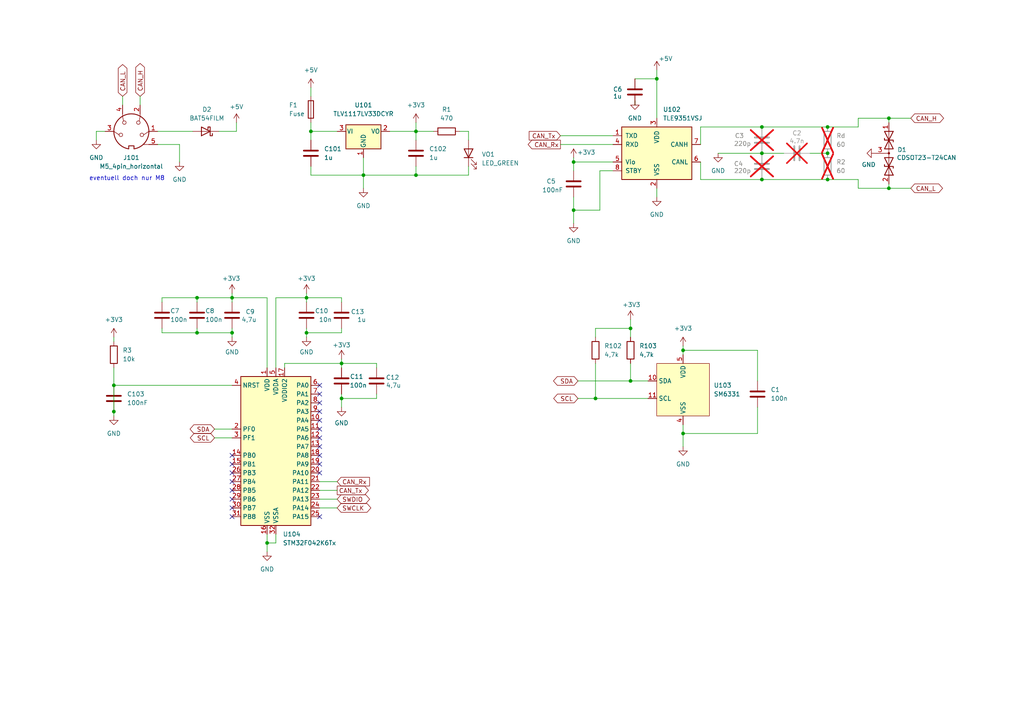
<source format=kicad_sch>
(kicad_sch (version 20231120) (generator "eeschema") (generator_version "8.0")
  (paper "A4")
  (lib_symbols
    (symbol "Device:C" (pin_numbers hide) (pin_names (offset 0.254))
      (property "Reference" "C" (at 0.635 2.54 0))
      (property "Value" "C" (at 0.635 -2.54 0))
      (symbol "C_0_1"
        (polyline (pts (xy -2.032 -0.762) (xy 2.032 -0.762)) (stroke (width 0.508)))
        (polyline (pts (xy -2.032 0.762) (xy 2.032 0.762)) (stroke (width 0.508)))
      )
      (symbol "C_1_1"
        (pin passive line (at 0 3.81 270) (length 2.794) (name "~") (number "1"))
        (pin passive line (at 0 -3.81 90) (length 2.794) (name "~") (number "2"))
      )
    )
    (symbol "Device:D_Schottky" (pin_numbers hide) (pin_names (offset 1.016) hide)
      (property "Reference" "D" (at 0 2.54 0))
      (property "Value" "D_Schottky" (at 0 -2.54 0))
      (symbol "D_Schottky_0_1"
        (polyline (pts (xy 1.27 0) (xy -1.27 0)))
        (polyline (pts (xy 1.27 1.27) (xy 1.27 -1.27) (xy -1.27 0) (xy 1.27 1.27)) (stroke (width 0.254)))
        (polyline (pts (xy -1.905 0.635) (xy -1.905 1.27) (xy -1.27 1.27) (xy -1.27 -1.27) (xy -0.635 -1.27) (xy -0.635 -0.635)) (stroke (width 0.254)))
      )
      (symbol "D_Schottky_1_1"
        (pin passive line (at -3.81 0 0) (length 2.54) (name "K") (number "1"))
        (pin passive line (at 3.81 0 180) (length 2.54) (name "A") (number "2"))
      )
    )
    (symbol "Device:D_TVS_Dual_AAC" (pin_names (offset 1.016) hide)
      (property "Reference" "D" (at 0 4.445 0))
      (property "Value" "D_TVS_Dual_AAC" (at 0 2.54 0))
      (symbol "D_TVS_Dual_AAC_0_0"
        (polyline (pts (xy 0 -1.27) (xy 0 0)))
      )
      (symbol "D_TVS_Dual_AAC_0_1"
        (polyline (pts (xy -6.35 0) (xy 6.35 0)))
        (polyline (pts (xy -3.302 1.27) (xy -3.81 1.27) (xy -3.81 -1.27) (xy -4.318 -1.27)) (stroke (width 0.254)))
        (polyline (pts (xy 4.318 1.27) (xy 3.81 1.27) (xy 3.81 -1.27) (xy 3.302 -1.27)) (stroke (width 0.254)))
        (polyline (pts (xy -6.35 1.27) (xy -1.27 -1.27) (xy -1.27 1.27) (xy -6.35 -1.27) (xy -6.35 1.27)) (stroke (width 0.254)))
        (polyline (pts (xy 6.35 1.27) (xy 1.27 -1.27) (xy 1.27 1.27) (xy 6.35 -1.27) (xy 6.35 1.27)) (stroke (width 0.254)))
        (circle (center 0 0) (radius 0.254) (fill (type outline)))
      )
      (symbol "D_TVS_Dual_AAC_1_1"
        (pin passive line (at -8.89 0 0) (length 2.54) (name "A1") (number "1"))
        (pin passive line (at 8.89 0 180) (length 2.54) (name "A2") (number "2"))
        (pin passive line (at 0 -3.81 90) (length 2.54) (name "common") (number "3"))
      )
    )
    (symbol "Device:Fuse" (pin_numbers hide) (pin_names (offset 0))
      (property "Reference" "F" (at 2.032 0 90))
      (property "Value" "Fuse" (at -1.905 0 90))
      (symbol "Fuse_0_1"
        (rectangle (start -0.762 -2.54) (end 0.762 2.54) (stroke (width 0.254)))
        (polyline (pts (xy 0 2.54) (xy 0 -2.54)))
      )
      (symbol "Fuse_1_1"
        (pin passive line (at 0 3.81 270) (length 1.27) (name "~") (number "1"))
        (pin passive line (at 0 -3.81 90) (length 1.27) (name "~") (number "2"))
      )
    )
    (symbol "Device:LED" (pin_numbers hide) (pin_names (offset 1.016) hide)
      (property "Reference" "D" (at 0 2.54 0))
      (property "Value" "LED" (at 0 -2.54 0))
      (symbol "LED_0_1"
        (polyline (pts (xy -1.27 -1.27) (xy -1.27 1.27)) (stroke (width 0.254)))
        (polyline (pts (xy -1.27 0) (xy 1.27 0)))
        (polyline (pts (xy 1.27 -1.27) (xy 1.27 1.27) (xy -1.27 0) (xy 1.27 -1.27)) (stroke (width 0.254)))
        (polyline (pts (xy -3.048 -0.762) (xy -4.572 -2.286) (xy -3.81 -2.286) (xy -4.572 -2.286) (xy -4.572 -1.524)))
        (polyline (pts (xy -1.778 -0.762) (xy -3.302 -2.286) (xy -2.54 -2.286) (xy -3.302 -2.286) (xy -3.302 -1.524)))
      )
      (symbol "LED_1_1"
        (pin passive line (at -3.81 0 0) (length 2.54) (name "K") (number "1"))
        (pin passive line (at 3.81 0 180) (length 2.54) (name "A") (number "2"))
      )
    )
    (symbol "Device:R" (pin_numbers hide) (pin_names (offset 0))
      (property "Reference" "R" (at 2.032 0 90))
      (property "Value" "R" (at 0 0 90))
      (symbol "R_0_1"
        (rectangle (start -1.016 -2.54) (end 1.016 2.54) (stroke (width 0.254)))
      )
      (symbol "R_1_1"
        (pin passive line (at 0 3.81 270) (length 1.27) (name "~") (number "1"))
        (pin passive line (at 0 -3.81 90) (length 1.27) (name "~") (number "2"))
      )
    )
    (symbol "FaSTTUBe_Transceivers:TLE9351VSJ" (pin_names (offset 1.016))
      (property "Reference" "U" (at -10.16 8.89 0))
      (property "Value" "TLE9351VSJ" (at 2.54 8.89 0))
      (symbol "TLE9351VSJ_0_1"
        (rectangle (start -10.16 7.62) (end 10.16 -7.62) (stroke (width 0.254)) (fill (type background)))
      )
      (symbol "TLE9351VSJ_1_1"
        (pin input line (at -12.7 5.08 0) (length 2.54) (name "TXD") (number "1"))
        (pin power_in line (at 0 -10.16 90) (length 2.54) (name "VSS") (number "2"))
        (pin power_in line (at 0 10.16 270) (length 2.54) (name "VDD") (number "3"))
        (pin output line (at -12.7 2.54 0) (length 2.54) (name "RXD") (number "4"))
        (pin power_in line (at -12.7 -2.54 0) (length 2.54) (name "Vio") (number "5"))
        (pin bidirectional line (at 12.7 -2.54 180) (length 2.54) (name "CANL") (number "6"))
        (pin bidirectional line (at 12.7 2.54 180) (length 2.54) (name "CANH") (number "7"))
        (pin input line (at -12.7 -5.08 0) (length 2.54) (name "STBY") (number "8"))
      )
    )
    (symbol "FaSTTUBe_connectors:M8_4pin_horizontal" (pin_names (offset 1.016))
      (property "Reference" "J" (at 5.334 5.08 0))
      (property "Value" "M8_4pin_horizontal" (at 0 -6.35 0))
      (symbol "M8_4pin_horizontal_0_1"
        (arc (start -5.08 0) (mid -3.8597 -3.3379) (end -0.762 -5.08) (stroke (width 0.254)))
        (circle (center -3.048 -1.016) (radius 0.508))
        (circle (center -2.032 2.54) (radius 0.508))
        (polyline (pts (xy -3.556 -1.016) (xy -5.08 0)))
        (polyline (pts (xy 3.81 -3.81) (xy 3.556 -3.81)))
        (polyline (pts (xy 5.08 -3.81) (xy 3.81 -3.81)))
        (polyline (pts (xy 5.08 0) (xy 3.556 -1.016)))
        (polyline (pts (xy -2.54 5.08) (xy -2.54 4.318) (xy -2.286 3.048)))
        (polyline (pts (xy 2.54 5.08) (xy 2.54 4.318) (xy 2.286 3.048)))
        (polyline (pts (xy -0.762 -4.953) (xy -0.762 -4.191) (xy 0.762 -4.191) (xy 0.762 -4.953)) (stroke (width 0.254)))
        (arc (start 0.762 -5.08) (mid 3.8673 -3.3444) (end 5.08 0) (stroke (width 0.254)))
        (circle (center 2.032 2.54) (radius 0.508))
        (circle (center 3.048 -1.016) (radius 0.508))
        (arc (start 5.08 0) (mid 0 5.0579) (end -5.08 0) (stroke (width 0.254)))
      )
      (symbol "M8_4pin_horizontal_1_1"
        (pin passive line (at 7.62 0 180) (length 2.54) (name "~") (number "1"))
        (pin passive line (at 2.54 7.62 270) (length 2.54) (name "~") (number "2"))
        (pin passive line (at -7.62 0 0) (length 2.54) (name "~") (number "3"))
        (pin passive line (at -2.54 7.62 270) (length 2.54) (name "~") (number "4"))
        (pin passive line (at 7.62 -3.81 180) (length 2.54) (name "~") (number "5"))
      )
    )
    (symbol "MCU_ST_STM32F0:STM32F042K6Tx"
      (property "Reference" "U" (at -10.16 21.59 0))
      (property "Value" "STM32F042K6Tx" (at 5.08 21.59 0))
      (symbol "STM32F042K6Tx_0_1"
        (rectangle (start -10.16 -22.86) (end 10.16 20.32) (stroke (width 0.254)) (fill (type background)))
      )
      (symbol "STM32F042K6Tx_1_1"
        (pin power_in line (at -2.54 22.86 270) (length 2.54) (name "VDD") (number "1"))
        (pin bidirectional line (at 12.7 7.62 180) (length 2.54) (name "PA4") (number "10"))
        (pin bidirectional line (at 12.7 5.08 180) (length 2.54) (name "PA5") (number "11"))
        (pin bidirectional line (at 12.7 2.54 180) (length 2.54) (name "PA6") (number "12"))
        (pin bidirectional line (at 12.7 0 180) (length 2.54) (name "PA7") (number "13"))
        (pin bidirectional line (at -12.7 -2.54 0) (length 2.54) (name "PB0") (number "14"))
        (pin bidirectional line (at -12.7 -5.08 0) (length 2.54) (name "PB1") (number "15"))
        (pin power_in line (at -2.54 -25.4 90) (length 2.54) (name "VSS") (number "16"))
        (pin power_in line (at 2.54 22.86 270) (length 2.54) (name "VDDIO2") (number "17"))
        (pin bidirectional line (at 12.7 -2.54 180) (length 2.54) (name "PA8") (number "18"))
        (pin bidirectional line (at 12.7 -5.08 180) (length 2.54) (name "PA9") (number "19"))
        (pin input line (at -12.7 5.08 0) (length 2.54) (name "PF0") (number "2"))
        (pin bidirectional line (at 12.7 -7.62 180) (length 2.54) (name "PA10") (number "20"))
        (pin bidirectional line (at 12.7 -10.16 180) (length 2.54) (name "PA11") (number "21"))
        (pin bidirectional line (at 12.7 -12.7 180) (length 2.54) (name "PA12") (number "22"))
        (pin bidirectional line (at 12.7 -15.24 180) (length 2.54) (name "PA13") (number "23"))
        (pin bidirectional line (at 12.7 -17.78 180) (length 2.54) (name "PA14") (number "24"))
        (pin bidirectional line (at 12.7 -20.32 180) (length 2.54) (name "PA15") (number "25"))
        (pin bidirectional line (at -12.7 -7.62 0) (length 2.54) (name "PB3") (number "26"))
        (pin bidirectional line (at -12.7 -10.16 0) (length 2.54) (name "PB4") (number "27"))
        (pin bidirectional line (at -12.7 -12.7 0) (length 2.54) (name "PB5") (number "28"))
        (pin bidirectional line (at -12.7 -15.24 0) (length 2.54) (name "PB6") (number "29"))
        (pin input line (at -12.7 2.54 0) (length 2.54) (name "PF1") (number "3"))
        (pin bidirectional line (at -12.7 -17.78 0) (length 2.54) (name "PB7") (number "30"))
        (pin bidirectional line (at -12.7 -20.32 0) (length 2.54) (name "PB8") (number "31"))
        (pin power_in line (at 0 -25.4 90) (length 2.54) (name "VSSA") (number "32"))
        (pin input line (at -12.7 17.78 0) (length 2.54) (name "NRST") (number "4"))
        (pin power_in line (at 0 22.86 270) (length 2.54) (name "VDDA") (number "5"))
        (pin bidirectional line (at 12.7 17.78 180) (length 2.54) (name "PA0") (number "6"))
        (pin bidirectional line (at 12.7 15.24 180) (length 2.54) (name "PA1") (number "7"))
        (pin bidirectional line (at 12.7 12.7 180) (length 2.54) (name "PA2") (number "8"))
        (pin bidirectional line (at 12.7 10.16 180) (length 2.54) (name "PA3") (number "9"))
      )
    )
    (symbol "Regulator_Linear:AP1117-33" (pin_names (offset 0.254))
      (property "Reference" "U" (at -3.81 3.175 0))
      (property "Value" "AP1117-33" (at 0 3.175 0))
      (symbol "AP1117-33_0_1"
        (rectangle (start -5.08 -5.08) (end 5.08 1.905) (stroke (width 0.254)) (fill (type background)))
      )
      (symbol "AP1117-33_1_1"
        (pin power_in line (at 0 -7.62 90) (length 2.54) (name "GND") (number "1"))
        (pin power_out line (at 7.62 0 180) (length 2.54) (name "VO") (number "2"))
        (pin power_in line (at -7.62 0 0) (length 2.54) (name "VI") (number "3"))
      )
    )
    (symbol "SSU_parts:SM7331"
      (property "Reference" "U" (at 0 1.27 0))
      (property "Value" "SM7331" (at 0 -1.27 0))
      (symbol "SM7331_0_0"
        (pin no_connect line (at 10.16 0 180) (length 2.54) hide (name "") (number "1"))
        (pin bidirectional line (at -10.16 2.54 0) (length 2.54) (name "SDA") (number "10"))
        (pin input line (at -10.16 -2.54 0) (length 2.54) (name "SCL") (number "11"))
        (pin no_connect line (at 10.16 0 180) (length 2.54) hide (name "") (number "12"))
        (pin no_connect line (at 10.16 0 180) (length 2.54) hide (name "") (number "13"))
        (pin no_connect line (at 10.16 0 180) (length 2.54) hide (name "") (number "14"))
        (pin no_connect line (at 10.16 0 180) (length 2.54) hide (name "") (number "15"))
        (pin no_connect line (at 10.16 0 180) (length 2.54) hide (name "") (number "16"))
        (pin no_connect line (at 10.16 0 180) (length 2.54) hide (name "") (number "2"))
        (pin no_connect line (at 10.16 0 180) (length 2.54) hide (name "") (number "3"))
        (pin power_in line (at 0 -10.16 90) (length 2.54) (name "VSS") (number "4"))
        (pin power_in line (at 0 10.16 270) (length 2.54) (name "VDD") (number "5"))
        (pin no_connect line (at 10.16 0 180) (length 2.54) hide (name "") (number "6"))
        (pin no_connect line (at 10.16 0 180) (length 2.54) hide (name "") (number "7"))
        (pin no_connect line (at 10.16 0 180) (length 2.54) hide (name "") (number "8"))
        (pin no_connect line (at 10.16 0 180) (length 2.54) hide (name "") (number "9"))
      )
      (symbol "SM7331_0_1"
        (rectangle (start -7.62 7.62) (end 7.62 -7.62) (fill (type background)))
      )
    )
    (symbol "power:+12V" (power) (pin_names (offset 0))
      (property "Value" "+12V" (at 0 3.556 0))
      (symbol "+12V_0_1"
        (polyline (pts (xy -0.762 1.27) (xy 0 2.54)))
        (polyline (pts (xy 0 0) (xy 0 2.54)))
        (polyline (pts (xy 0 2.54) (xy 0.762 1.27)))
      )
      (symbol "+12V_1_1"
        (pin power_in line (at 0 0 90) (length 0) hide (name "+12V") (number "1"))
      )
    )
    (symbol "power:+3.3V" (power) (pin_names (offset 0))
      (property "Value" "+3.3V" (at 0 3.556 0))
      (symbol "+3.3V_0_1"
        (polyline (pts (xy -0.762 1.27) (xy 0 2.54)))
        (polyline (pts (xy 0 0) (xy 0 2.54)))
        (polyline (pts (xy 0 2.54) (xy 0.762 1.27)))
      )
      (symbol "+3.3V_1_1"
        (pin power_in line (at 0 0 90) (length 0) hide (name "+3V3") (number "1"))
      )
    )
    (symbol "power:+5V" (power) (pin_names (offset 0))
      (property "Value" "+5V" (at 0 3.556 0))
      (symbol "+5V_0_1"
        (polyline (pts (xy -0.762 1.27) (xy 0 2.54)))
        (polyline (pts (xy 0 0) (xy 0 2.54)))
        (polyline (pts (xy 0 2.54) (xy 0.762 1.27)))
      )
      (symbol "+5V_1_1"
        (pin power_in line (at 0 0 90) (length 0) hide (name "+5V") (number "1"))
      )
    )
    (symbol "power:+BATT" (power) (pin_names (offset 0))
      (property "Value" "+BATT" (at 0 3.556 0))
      (symbol "+BATT_0_1"
        (polyline (pts (xy -0.762 1.27) (xy 0 2.54)))
        (polyline (pts (xy 0 0) (xy 0 2.54)))
        (polyline (pts (xy 0 2.54) (xy 0.762 1.27)))
      )
      (symbol "+BATT_1_1"
        (pin power_in line (at 0 0 90) (length 0) hide (name "+BATT") (number "1"))
      )
    )
    (symbol "power:GND" (power) (pin_names (offset 0))
      (property "Value" "GND" (at 0 -3.81 0))
      (symbol "GND_0_1"
        (polyline (pts (xy 0 0) (xy 0 -1.27) (xy 1.27 -1.27) (xy 0 -2.54) (xy -1.27 -1.27) (xy 0 -1.27)))
      )
      (symbol "GND_1_1"
        (pin power_in line (at 0 0 270) (length 0) hide (name "GND") (number "1"))
      )
    )
  )
  (junction (at 220.98 36.83))
  (junction (at 257.81 54.61))
  (junction (at 105.41 50.8))
  (junction (at 172.72 115.57))
  (junction (at 99.06 115.57))
  (junction (at 88.9 86.36))
  (junction (at 57.15 86.36))
  (junction (at 166.37 46.99))
  (junction (at 257.81 34.29))
  (junction (at 182.88 95.25))
  (junction (at 190.5 22.86))
  (junction (at 67.31 86.36))
  (junction (at 57.15 96.52))
  (junction (at 88.9 96.52))
  (junction (at 166.37 60.96))
  (junction (at 198.12 125.73))
  (junction (at 240.03 36.83))
  (junction (at 120.65 38.1))
  (junction (at 99.06 105.41))
  (junction (at 120.65 50.8))
  (junction (at 67.31 96.52))
  (junction (at 240.03 52.07))
  (junction (at 198.12 101.6))
  (junction (at 182.88 110.49))
  (junction (at 220.98 52.07))
  (junction (at 220.98 44.45))
  (junction (at 77.47 157.48))
  (junction (at 90.17 38.1))
  (junction (at 33.02 119.38))
  (junction (at 33.02 111.76))
  (junction (at 240.03 44.45))
  (no_connect (at 92.71 149.86))
  (no_connect (at 92.71 134.62))
  (no_connect (at 92.71 137.16))
  (no_connect (at 92.71 111.76))
  (no_connect (at 92.71 114.3))
  (no_connect (at 92.71 116.84))
  (no_connect (at 92.71 119.38))
  (no_connect (at 92.71 121.92))
  (no_connect (at 92.71 124.46))
  (no_connect (at 92.71 127))
  (no_connect (at 92.71 129.54))
  (no_connect (at 92.71 132.08))
  (no_connect (at 67.31 132.08))
  (no_connect (at 67.31 134.62))
  (no_connect (at 67.31 137.16))
  (no_connect (at 67.31 139.7))
  (no_connect (at 67.31 142.24))
  (no_connect (at 67.31 144.78))
  (no_connect (at 67.31 147.32))
  (no_connect (at 67.31 149.86))
  (wire (pts (xy 113.03 38.1) (xy 120.65 38.1)))
  (wire (pts (xy 172.72 97.79) (xy 172.72 95.25)))
  (wire (pts (xy 88.9 86.36) (xy 99.06 86.36)))
  (wire (pts (xy 82.55 105.41) (xy 82.55 106.68)))
  (wire (pts (xy 45.72 38.1) (xy 55.88 38.1)))
  (wire (pts (xy 184.15 22.86) (xy 190.5 22.86)))
  (wire (pts (xy 92.71 144.78) (xy 97.79 144.78)))
  (wire (pts (xy 203.2 36.83) (xy 203.2 41.91)))
  (wire (pts (xy 46.99 86.36) (xy 57.15 86.36)))
  (wire (pts (xy 33.02 111.76) (xy 33.02 119.38)))
  (wire (pts (xy 88.9 85.09) (xy 88.9 86.36)))
  (wire (pts (xy 166.37 46.99) (xy 177.8 46.99)))
  (wire (pts (xy 167.64 115.57) (xy 172.72 115.57)))
  (wire (pts (xy 257.81 53.34) (xy 257.81 54.61)))
  (wire (pts (xy 35.56 27.94) (xy 35.56 30.48)))
  (wire (pts (xy 208.28 44.45) (xy 220.98 44.45)))
  (wire (pts (xy 92.71 142.24) (xy 97.79 142.24)))
  (wire (pts (xy 77.47 157.48) (xy 77.47 160.02)))
  (wire (pts (xy 257.81 34.29) (xy 264.16 34.29)))
  (wire (pts (xy 172.72 95.25) (xy 182.88 95.25)))
  (wire (pts (xy 109.22 105.41) (xy 109.22 106.68)))
  (wire (pts (xy 67.31 86.36) (xy 77.47 86.36)))
  (wire (pts (xy 57.15 86.36) (xy 57.15 87.63)))
  (wire (pts (xy 88.9 97.79) (xy 88.9 96.52)))
  (wire (pts (xy 67.31 86.36) (xy 67.31 87.63)))
  (wire (pts (xy 88.9 86.36) (xy 88.9 87.63)))
  (wire (pts (xy 77.47 86.36) (xy 77.47 106.68)))
  (wire (pts (xy 133.35 38.1) (xy 135.89 38.1)))
  (wire (pts (xy 33.02 106.68) (xy 33.02 111.76)))
  (wire (pts (xy 198.12 125.73) (xy 219.71 125.73)))
  (wire (pts (xy 166.37 49.53) (xy 166.37 46.99)))
  (wire (pts (xy 90.17 48.26) (xy 90.17 50.8)))
  (wire (pts (xy 248.92 34.29) (xy 257.81 34.29)))
  (wire (pts (xy 99.06 96.52) (xy 99.06 95.25)))
  (wire (pts (xy 198.12 125.73) (xy 198.12 123.19)))
  (wire (pts (xy 234.95 44.45) (xy 240.03 44.45)))
  (wire (pts (xy 203.2 36.83) (xy 220.98 36.83)))
  (wire (pts (xy 90.17 50.8) (xy 105.41 50.8)))
  (wire (pts (xy 33.02 97.79) (xy 33.02 99.06)))
  (wire (pts (xy 120.65 50.8) (xy 135.89 50.8)))
  (wire (pts (xy 109.22 115.57) (xy 109.22 114.3)))
  (wire (pts (xy 220.98 52.07) (xy 240.03 52.07)))
  (wire (pts (xy 182.88 95.25) (xy 182.88 97.79)))
  (wire (pts (xy 63.5 38.1) (xy 68.58 38.1)))
  (wire (pts (xy 33.02 111.76) (xy 67.31 111.76)))
  (wire (pts (xy 99.06 105.41) (xy 99.06 106.68)))
  (wire (pts (xy 92.71 147.32) (xy 97.79 147.32)))
  (wire (pts (xy 120.65 38.1) (xy 125.73 38.1)))
  (wire (pts (xy 77.47 154.94) (xy 77.47 157.48)))
  (wire (pts (xy 198.12 100.33) (xy 198.12 101.6)))
  (wire (pts (xy 135.89 50.8) (xy 135.89 48.26)))
  (wire (pts (xy 120.65 50.8) (xy 120.65 48.26)))
  (wire (pts (xy 105.41 50.8) (xy 105.41 54.61)))
  (wire (pts (xy 173.99 49.53) (xy 173.99 60.96)))
  (wire (pts (xy 166.37 60.96) (xy 173.99 60.96)))
  (wire (pts (xy 248.92 54.61) (xy 248.92 52.07)))
  (wire (pts (xy 46.99 96.52) (xy 57.15 96.52)))
  (wire (pts (xy 257.81 34.29) (xy 257.81 35.56)))
  (wire (pts (xy 184.15 29.21) (xy 184.15 30.48)))
  (wire (pts (xy 182.88 105.41) (xy 182.88 110.49)))
  (wire (pts (xy 99.06 115.57) (xy 99.06 114.3)))
  (wire (pts (xy 162.56 41.91) (xy 177.8 41.91)))
  (wire (pts (xy 77.47 157.48) (xy 80.01 157.48)))
  (wire (pts (xy 219.71 101.6) (xy 198.12 101.6)))
  (wire (pts (xy 62.23 124.46) (xy 67.31 124.46)))
  (wire (pts (xy 240.03 52.07) (xy 248.92 52.07)))
  (wire (pts (xy 203.2 46.99) (xy 203.2 52.07)))
  (wire (pts (xy 190.5 54.61) (xy 190.5 57.15)))
  (wire (pts (xy 240.03 36.83) (xy 248.92 36.83)))
  (wire (pts (xy 219.71 101.6) (xy 219.71 110.49)))
  (wire (pts (xy 46.99 86.36) (xy 46.99 87.63)))
  (wire (pts (xy 190.5 20.32) (xy 190.5 22.86)))
  (wire (pts (xy 62.23 127) (xy 67.31 127)))
  (wire (pts (xy 40.64 27.94) (xy 40.64 30.48)))
  (wire (pts (xy 105.41 50.8) (xy 120.65 50.8)))
  (wire (pts (xy 46.99 96.52) (xy 46.99 95.25)))
  (wire (pts (xy 90.17 35.56) (xy 90.17 38.1)))
  (wire (pts (xy 190.5 22.86) (xy 190.5 34.29)))
  (wire (pts (xy 99.06 118.11) (xy 99.06 115.57)))
  (wire (pts (xy 167.64 110.49) (xy 182.88 110.49)))
  (wire (pts (xy 135.89 38.1) (xy 135.89 40.64)))
  (wire (pts (xy 120.65 40.64) (xy 120.65 38.1)))
  (wire (pts (xy 57.15 86.36) (xy 67.31 86.36)))
  (wire (pts (xy 92.71 139.7) (xy 97.79 139.7)))
  (wire (pts (xy 166.37 57.15) (xy 166.37 60.96)))
  (wire (pts (xy 99.06 86.36) (xy 99.06 87.63)))
  (wire (pts (xy 57.15 96.52) (xy 67.31 96.52)))
  (wire (pts (xy 219.71 125.73) (xy 219.71 118.11)))
  (wire (pts (xy 257.81 54.61) (xy 264.16 54.61)))
  (wire (pts (xy 67.31 85.09) (xy 67.31 86.36)))
  (wire (pts (xy 162.56 39.37) (xy 177.8 39.37)))
  (wire (pts (xy 182.88 110.49) (xy 187.96 110.49)))
  (wire (pts (xy 182.88 92.71) (xy 182.88 95.25)))
  (wire (pts (xy 27.94 38.1) (xy 30.48 38.1)))
  (wire (pts (xy 220.98 44.45) (xy 227.33 44.45)))
  (wire (pts (xy 33.02 119.38) (xy 33.02 120.65)))
  (wire (pts (xy 203.2 52.07) (xy 220.98 52.07)))
  (wire (pts (xy 173.99 49.53) (xy 177.8 49.53)))
  (wire (pts (xy 172.72 115.57) (xy 172.72 105.41)))
  (wire (pts (xy 82.55 105.41) (xy 99.06 105.41)))
  (wire (pts (xy 90.17 38.1) (xy 90.17 40.64)))
  (wire (pts (xy 248.92 34.29) (xy 248.92 36.83)))
  (wire (pts (xy 120.65 35.56) (xy 120.65 38.1)))
  (wire (pts (xy 57.15 96.52) (xy 57.15 95.25)))
  (wire (pts (xy 105.41 45.72) (xy 105.41 50.8)))
  (wire (pts (xy 27.94 40.64) (xy 27.94 38.1)))
  (wire (pts (xy 99.06 105.41) (xy 109.22 105.41)))
  (wire (pts (xy 97.79 38.1) (xy 90.17 38.1)))
  (wire (pts (xy 198.12 125.73) (xy 198.12 129.54)))
  (wire (pts (xy 52.07 46.99) (xy 52.07 41.91)))
  (wire (pts (xy 90.17 25.4) (xy 90.17 27.94)))
  (wire (pts (xy 80.01 157.48) (xy 80.01 154.94)))
  (wire (pts (xy 88.9 96.52) (xy 99.06 96.52)))
  (wire (pts (xy 67.31 97.79) (xy 67.31 96.52)))
  (wire (pts (xy 99.06 104.14) (xy 99.06 105.41)))
  (wire (pts (xy 80.01 86.36) (xy 88.9 86.36)))
  (wire (pts (xy 198.12 101.6) (xy 198.12 102.87)))
  (wire (pts (xy 88.9 96.52) (xy 88.9 95.25)))
  (wire (pts (xy 99.06 115.57) (xy 109.22 115.57)))
  (wire (pts (xy 248.92 54.61) (xy 257.81 54.61)))
  (wire (pts (xy 187.96 115.57) (xy 172.72 115.57)))
  (wire (pts (xy 68.58 35.56) (xy 68.58 38.1)))
  (wire (pts (xy 52.07 41.91) (xy 45.72 41.91)))
  (wire (pts (xy 67.31 96.52) (xy 67.31 95.25)))
  (wire (pts (xy 166.37 45.72) (xy 166.37 46.99)))
  (wire (pts (xy 220.98 36.83) (xy 240.03 36.83)))
  (wire (pts (xy 80.01 86.36) (xy 80.01 106.68)))
  (wire (pts (xy 166.37 60.96) (xy 166.37 64.77)))
  (text "eventuell doch nur M8\n" (at 36.83 51.816 0) (effects (font (size 1.27 1.27))))
  (global_label "CAN_Rx" (shape output) (at 162.56 41.91 180) (property "Intersheetrefs" "${INTERSHEET_REFS}" (effects (hide yes))))
  (global_label "SWDIO" (shape bidirectional) (at 97.79 144.78 0) (property "Intersheetrefs" "${INTERSHEET_REFS}" (effects (hide yes))))
  (global_label "CAN_L" (shape bidirectional) (at 264.16 54.61 0) (property "Intersheetrefs" "${INTERSHEET_REFS}" (effects (hide yes))))
  (global_label "CAN_Tx" (shape input) (at 162.56 39.37 180) (property "Intersheetrefs" "${INTERSHEET_REFS}" (effects (hide yes))))
  (global_label "SWCLK" (shape bidirectional) (at 97.79 147.32 0) (property "Intersheetrefs" "${INTERSHEET_REFS}" (effects (hide yes))))
  (global_label "SCL" (shape bidirectional) (at 62.23 127 180) (property "Intersheetrefs" "${INTERSHEET_REFS}" (effects (hide yes))))
  (global_label "CAN_H" (shape bidirectional) (at 40.64 27.94 90) (property "Intersheetrefs" "${INTERSHEET_REFS}" (effects (hide yes))))
  (global_label "CAN_Tx" (shape output) (at 97.79 142.24 0) (property "Intersheetrefs" "${INTERSHEET_REFS}" (effects (hide yes))))
  (global_label "CAN_L" (shape bidirectional) (at 35.56 27.94 90) (property "Intersheetrefs" "${INTERSHEET_REFS}" (effects (hide yes))))
  (global_label "SDA" (shape bidirectional) (at 62.23 124.46 180) (property "Intersheetrefs" "${INTERSHEET_REFS}" (effects (hide yes))))
  (global_label "CAN_H" (shape bidirectional) (at 264.16 34.29 0) (property "Intersheetrefs" "${INTERSHEET_REFS}" (effects (hide yes))))
  (global_label "CAN_Rx" (shape input) (at 97.79 139.7 0) (property "Intersheetrefs" "${INTERSHEET_REFS}" (effects (hide yes))))
  (global_label "SDA" (shape bidirectional) (at 167.64 110.49 180) (property "Intersheetrefs" "${INTERSHEET_REFS}" (effects (hide yes))))
  (global_label "SCL" (shape bidirectional) (at 167.64 115.57 180) (property "Intersheetrefs" "${INTERSHEET_REFS}" (effects (hide yes))))
  (symbol (lib_id "power:+3.3V") (at 166.37 45.72 0) (unit 1)
    (property "Reference" "#PWR0107" (effects (hide yes)))
    (property "Value" "+3V3" (at 167.386 44.196 0) (effects (justify left)))
  )
  (symbol (lib_id "Device:C") (at 220.98 48.26 180) (unit 1) (dnp yes)
    (property "Reference" "C4" (at 212.852 47.498 0) (effects (justify right)))
    (property "Value" "220p" (at 212.852 49.53 0) (effects (justify right)))
  )
  (symbol (lib_id "power:GND") (at 166.37 64.77 0) (unit 1)
    (property "Reference" "#PWR0109" (effects (hide yes)))
    (property "Value" "GND" (at 166.37 69.85 0))
  )
  (symbol (lib_id "Device:C") (at 90.17 44.45 0) (unit 1)
    (property "Reference" "C101" (at 93.98 43.1799 0) (effects (justify left)))
    (property "Value" "1u" (at 93.98 45.7199 0) (effects (justify left)))
    (property "Footprint" "Capacitor_SMD:C_0603_1608Metric" (effects (hide yes)))
  )
  (symbol (lib_id "power:+3.3V") (at 120.65 35.56 0) (unit 1)
    (property "Reference" "#PWR0104" (effects (hide yes)))
    (property "Value" "+3V3" (at 120.65 30.48 0))
  )
  (symbol (lib_id "Device:R") (at 129.54 38.1 90) (unit 1)
    (property "Reference" "R1" (at 129.54 31.75 90))
    (property "Value" "470" (at 129.54 34.29 90))
    (property "Footprint" "Resistor_SMD:R_0603_1608Metric_Pad0.98x0.95mm_HandSolder" (effects (hide yes)))
  )
  (symbol (lib_id "power:GND") (at 27.94 40.64 0) (unit 1)
    (property "Reference" "#PWR0105" (effects (hide yes)))
    (property "Value" "GND" (at 27.94 45.72 0))
  )
  (symbol (lib_id "Device:C") (at 166.37 53.34 0) (unit 1)
    (property "Reference" "C5" (at 158.496 52.578 0) (effects (justify left)))
    (property "Value" "100nF" (at 157.226 55.118 0) (effects (justify left)))
    (property "Footprint" "Capacitor_SMD:C_0603_1608Metric" (effects (hide yes)))
  )
  (symbol (lib_id "FaSTTUBe_connectors:M8_4pin_horizontal") (at 38.1 38.1 0) (unit 1)
    (property "Reference" "J101" (at 38.1001 45.72 0))
    (property "Value" "M5_4pin_horizontal" (at 38.1001 48.26 0))
    (property "Footprint" "FaSTTUBe_connectors:M8_718_4pin_horizontal" (effects (hide yes)))
    (property "Datasheet" "https://www.binder-connector.com/de/produkte/automatisierungstechnik/m-8-sensorsteckverbinder/flanschdose-gewinkelt-von-vorn-verschraubbar-mit-schirmblech-tauchloeten#866618112100004" (effects (hide yes)))
  )
  (symbol (lib_id "Device:C") (at 231.14 44.45 90) (unit 1) (dnp yes)
    (property "Reference" "C2" (at 231.14 38.608 90))
    (property "Value" "4.7n" (at 231.14 40.894 90))
  )
  (symbol (lib_id "power:GND") (at 88.9 97.79 0) (mirror y) (unit 1)
    (property "Reference" "#PWR09" (effects (hide yes)))
    (property "Value" "GND" (at 88.9 102.108 0))
  )
  (symbol (lib_id "power:GND") (at 254 44.45 270) (unit 1)
    (property "Reference" "#PWR02" (effects (hide yes)))
    (property "Value" "GND" (at 254 47.752 90) (effects (justify right)))
  )
  (symbol (lib_id "Device:Fuse") (at 90.17 31.75 0) (unit 1)
    (property "Reference" "F1" (at 83.82 30.48 0) (effects (justify left)))
    (property "Value" "Fuse" (at 83.82 33.02 0) (effects (justify left)))
    (property "Footprint" "Fuse:Fuse_1206_3216Metric" (effects (hide yes)))
  )
  (symbol (lib_id "Device:C") (at 219.71 114.3 0) (unit 1)
    (property "Reference" "C1" (at 223.52 113.0299 0) (effects (justify left)))
    (property "Value" "100n" (at 223.52 115.5699 0) (effects (justify left)))
  )
  (symbol (lib_id "Device:R") (at 33.02 102.87 0) (unit 1)
    (property "Reference" "R3" (at 35.56 101.5999 0) (effects (justify left)))
    (property "Value" "10k" (at 35.56 104.1399 0) (effects (justify left)))
    (property "Footprint" "Resistor_SMD:R_0603_1608Metric" (effects (hide yes)))
  )
  (symbol (lib_id "Device:R") (at 240.03 40.64 0) (unit 1) (dnp yes)
    (property "Reference" "Rd" (at 242.57 39.3699 0) (effects (justify left)))
    (property "Value" "60" (at 242.57 41.9099 0) (effects (justify left)))
    (property "Footprint" "Resistor_SMD:R_0603_1608Metric" (effects (hide yes)))
  )
  (symbol (lib_id "power:+5V") (at 190.5 20.32 0) (unit 1)
    (property "Reference" "#PWR0101" (effects (hide yes)))
    (property "Value" "+5V" (at 191.008 17.018 0) (effects (justify left)))
  )
  (symbol (lib_id "power:GND") (at 99.06 118.11 0) (mirror y) (unit 1)
    (property "Reference" "#PWR08" (effects (hide yes)))
    (property "Value" "GND" (at 99.06 122.682 0))
  )
  (symbol (lib_id "power:GND") (at 190.5 57.15 0) (unit 1)
    (property "Reference" "#PWR0110" (effects (hide yes)))
    (property "Value" "GND" (at 190.5 62.23 0))
  )
  (symbol (lib_id "Device:C") (at 88.9 91.44 0) (mirror y) (unit 1)
    (property "Reference" "C10" (at 95.25 90.17 0) (effects (justify left)))
    (property "Value" "10n" (at 96.266 92.71 0) (effects (justify left)))
    (property "Footprint" "Capacitor_SMD:C_0603_1608Metric" (effects (hide yes)))
  )
  (symbol (lib_id "Device:C") (at 99.06 91.44 0) (mirror y) (unit 1)
    (property "Reference" "C13" (at 105.664 90.424 0) (effects (justify left)))
    (property "Value" "1u" (at 106.172 92.71 0) (effects (justify left)))
    (property "Footprint" "Capacitor_SMD:C_0603_1608Metric" (effects (hide yes)))
  )
  (symbol (lib_id "Device:C") (at 99.06 110.49 0) (mirror y) (unit 1)
    (property "Reference" "C11" (at 105.41 109.22 0) (effects (justify left)))
    (property "Value" "100n" (at 106.426 111.76 0) (effects (justify left)))
    (property "Footprint" "Capacitor_SMD:C_0603_1608Metric" (effects (hide yes)))
  )
  (symbol (lib_id "power:+3.3V") (at 99.06 104.14 0) (mirror y) (unit 1)
    (property "Reference" "#PWR05" (effects (hide yes)))
    (property "Value" "+3V3" (at 99.06 100.076 0))
  )
  (symbol (lib_id "Device:D_TVS_Dual_AAC") (at 257.81 44.45 270) (unit 1)
    (property "Reference" "D1" (at 261.62 43.434 90))
    (property "Value" "CDSOT23-T24CAN" (at 268.732 45.72 90))
    (property "Footprint" "Package_TO_SOT_SMD:SOT-23" (effects (hide yes)))
    (property "Datasheet" "https://www.mouser.de/datasheet/2/54/cdsot23_t24can_q-1534349.pdf" (effects (hide yes)))
    (property "Description" "Bidirectional dual transient-voltage-suppression diode, center on pin 3" (effects (hide yes)))
  )
  (symbol (lib_id "Device:R") (at 240.03 48.26 0) (unit 1) (dnp yes)
    (property "Reference" "R2" (at 242.57 46.9899 0) (effects (justify left)))
    (property "Value" "60" (at 242.57 49.5299 0) (effects (justify left)))
    (property "Footprint" "Resistor_SMD:R_0603_1608Metric" (effects (hide yes)))
  )
  (symbol (lib_id "MCU_ST_STM32F0:STM32F042K6Tx") (at 80.01 129.54 0) (unit 1)
    (property "Reference" "U104" (at 82.0294 154.94 0) (effects (justify left)))
    (property "Value" "STM32F042K6Tx" (at 82.0294 157.48 0) (effects (justify left)))
    (property "Footprint" "Package_QFP:LQFP-32_7x7mm_P0.8mm" (effects (hide yes)))
    (property "Datasheet" "http://www.st.com/st-web-ui/static/active/en/resource/technical/document/datasheet/DM00105814.pdf" (effects (hide yes)))
  )
  (symbol (lib_id "power:GND") (at 198.12 129.54 0) (unit 1)
    (property "Reference" "#PWR0115" (effects (hide yes)))
    (property "Value" "GND" (at 198.12 134.62 0))
  )
  (symbol (lib_id "Regulator_Linear:AP1117-33") (at 105.41 38.1 0) (unit 1)
    (property "Reference" "U101" (at 105.41 30.48 0))
    (property "Value" "TLV1117LV33DCYR" (at 105.41 33.02 0))
    (property "Footprint" "SOT-223" (effects (hide yes)))
    (property "Datasheet" "https://www.ti.com/lit/ds/symlink/tlv1117lv.pdf?ts=1732921999442&ref_url=https%253A%252F%252Fwww.mouser.co.uk%252F" (effects (hide yes)))
  )
  (symbol (lib_id "Device:R") (at 172.72 101.6 0) (unit 1)
    (property "Reference" "R102" (at 175.26 100.3299 0) (effects (justify left)))
    (property "Value" "4,7k" (at 175.26 102.8699 0) (effects (justify left)))
    (property "Footprint" "Resistor_SMD:R_0603_1608Metric" (effects (hide yes)))
  )
  (symbol (lib_id "Device:C") (at 57.15 91.44 0) (mirror y) (unit 1)
    (property "Reference" "C8" (at 62.23 90.17 0) (effects (justify left)))
    (property "Value" "100n" (at 64.516 92.71 0) (effects (justify left)))
    (property "Footprint" "Capacitor_SMD:C_0603_1608Metric" (effects (hide yes)))
  )
  (symbol (lib_id "power:+3.3V") (at 198.12 100.33 0) (unit 1)
    (property "Reference" "#PWR0113" (effects (hide yes)))
    (property "Value" "+3V3" (at 198.12 95.25 0))
  )
  (symbol (lib_id "power:GND") (at 184.15 29.21 0) (unit 1)
    (property "Reference" "#PWR03" (effects (hide yes)))
    (property "Value" "GND" (at 184.15 34.29 0))
  )
  (symbol (lib_id "power:+BATT") (at 90.17 25.4 0) (unit 1)
    (property "Reference" "#PWR010" (effects (hide yes)))
    (property "Value" "+5V" (at 90.17 20.32 0))
  )
  (symbol (lib_id "Device:C") (at 67.31 91.44 0) (mirror y) (unit 1)
    (property "Reference" "C9" (at 73.914 90.424 0) (effects (justify left)))
    (property "Value" "4,7u" (at 74.422 92.71 0) (effects (justify left)))
    (property "Footprint" "Capacitor_SMD:C_0603_1608Metric" (effects (hide yes)))
  )
  (symbol (lib_id "Device:LED") (at 135.89 44.45 90) (unit 1)
    (property "Reference" "VO1" (at 139.7 44.7674 90) (effects (justify right)))
    (property "Value" "LED_GREEN" (at 139.7 47.3074 90) (effects (justify right)))
    (property "Footprint" "LED_SMD:LED_0603_1608Metric_Pad1.05x0.95mm_HandSolder" (effects (hide yes)))
  )
  (symbol (lib_id "power:GND") (at 105.41 54.61 0) (unit 1)
    (property "Reference" "#PWR0108" (effects (hide yes)))
    (property "Value" "GND" (at 105.41 59.69 0))
  )
  (symbol (lib_id "power:+12V") (at 68.58 35.56 0) (unit 1)
    (property "Reference" "#PWR0102" (effects (hide yes)))
    (property "Value" "+5V" (at 66.548 30.988 0) (effects (justify left)))
  )
  (symbol (lib_id "Device:R") (at 182.88 101.6 0) (unit 1)
    (property "Reference" "R103" (at 185.42 100.3299 0) (effects (justify left)))
    (property "Value" "4,7k" (at 185.42 102.8699 0) (effects (justify left)))
    (property "Footprint" "Resistor_SMD:R_0603_1608Metric" (effects (hide yes)))
  )
  (symbol (lib_id "power:+3.3V") (at 88.9 85.09 0) (mirror y) (unit 1)
    (property "Reference" "#PWR011" (effects (hide yes)))
    (property "Value" "+3V3" (at 88.9 80.772 0))
  )
  (symbol (lib_id "Device:C") (at 33.02 115.57 0) (unit 1)
    (property "Reference" "C103" (at 36.83 114.2999 0) (effects (justify left)))
    (property "Value" "100nF" (at 36.83 116.8399 0) (effects (justify left)))
    (property "Footprint" "Capacitor_SMD:C_0603_1608Metric" (effects (hide yes)))
  )
  (symbol (lib_id "Device:D_Schottky") (at 59.69 38.1 180) (unit 1)
    (property "Reference" "D2" (at 60.0075 31.75 0))
    (property "Value" "BAT54FILM" (at 60.0075 34.29 0))
    (property "Footprint" "Package_TO_SOT_SMD:SOT-23" (effects (hide yes)))
    (property "Datasheet" "https://www.mouser.de/datasheet/2/389/bat54-1849047.pdf" (effects (hide yes)))
    (property "Description" "Schottky diode" (effects (hide yes)))
  )
  (symbol (lib_id "Device:C") (at 46.99 91.44 0) (mirror y) (unit 1)
    (property "Reference" "C7" (at 52.07 90.17 0) (effects (justify left)))
    (property "Value" "100n" (at 54.356 92.71 0) (effects (justify left)))
    (property "Footprint" "Capacitor_SMD:C_0603_1608Metric" (effects (hide yes)))
  )
  (symbol (lib_id "power:GND") (at 77.47 160.02 0) (unit 1)
    (property "Reference" "#PWR0116" (effects (hide yes)))
    (property "Value" "GND" (at 77.47 165.1 0))
  )
  (symbol (lib_id "Device:C") (at 220.98 40.64 180) (unit 1) (dnp yes)
    (property "Reference" "C3" (at 213.106 39.37 0) (effects (justify right)))
    (property "Value" "220p" (at 212.852 41.656 0) (effects (justify right)))
  )
  (symbol (lib_id "Device:C") (at 184.15 26.67 0) (unit 1)
    (property "Reference" "C6" (at 177.8 25.908 0) (effects (justify left)))
    (property "Value" "1u" (at 177.8 27.94 0) (effects (justify left)))
    (property "Footprint" "Capacitor_SMD:C_0603_1608Metric" (effects (hide yes)))
  )
  (symbol (lib_id "power:+3.3V") (at 67.31 85.09 0) (mirror y) (unit 1)
    (property "Reference" "#PWR07" (effects (hide yes)))
    (property "Value" "+3V3" (at 67.056 80.772 0))
  )
  (symbol (lib_id "SSU_parts:SM7331") (at 198.12 113.03 0) (unit 1)
    (property "Reference" "U103" (at 207.01 111.7599 0) (effects (justify left)))
    (property "Value" "SM6331" (at 207.01 114.2999 0) (effects (justify left)))
    (property "Footprint" "SSU_parts:SM7000_SOIC-16" (effects (hide yes)))
    (property "Datasheet" "https://www.te.com/commerce/DocumentDelivery/DDEController?Action=srchrtrv&DocNm=SM7000SM6000SM5000&DocType=Data%20Sheet&DocLang=English&DocFormat=pdf&PartCntxt=6331-BCE-S-005-000" (effects (hide yes)))
  )
  (symbol (lib_id "power:GND") (at 33.02 120.65 0) (unit 1)
    (property "Reference" "#PWR0114" (effects (hide yes)))
    (property "Value" "GND" (at 33.02 125.73 0))
  )
  (symbol (lib_id "power:GND") (at 208.28 44.45 0) (unit 1)
    (property "Reference" "#PWR01" (effects (hide yes)))
    (property "Value" "GND" (at 208.28 49.53 0))
  )
  (symbol (lib_id "power:+3.3V") (at 33.02 97.79 0) (mirror y) (unit 1)
    (property "Reference" "#PWR06" (effects (hide yes)))
    (property "Value" "+3V3" (at 33.02 92.71 0))
  )
  (symbol (lib_id "Device:C") (at 120.65 44.45 0) (unit 1)
    (property "Reference" "C102" (at 124.46 43.1799 0) (effects (justify left)))
    (property "Value" "1u" (at 124.46 45.7199 0) (effects (justify left)))
    (property "Footprint" "Capacitor_SMD:C_0603_1608Metric" (effects (hide yes)))
  )
  (symbol (lib_id "power:GND") (at 52.07 46.99 0) (unit 1)
    (property "Reference" "#PWR0106" (effects (hide yes)))
    (property "Value" "GND" (at 52.07 52.07 0))
  )
  (symbol (lib_id "power:GND") (at 67.31 97.79 0) (mirror y) (unit 1)
    (property "Reference" "#PWR04" (effects (hide yes)))
    (property "Value" "GND" (at 67.31 102.108 0))
  )
  (symbol (lib_id "Device:C") (at 109.22 110.49 0) (mirror y) (unit 1)
    (property "Reference" "C12" (at 115.824 109.474 0) (effects (justify left)))
    (property "Value" "4,7u" (at 116.332 111.76 0) (effects (justify left)))
    (property "Footprint" "Capacitor_SMD:C_0603_1608Metric" (effects (hide yes)))
  )
  (symbol (lib_id "power:+3.3V") (at 182.88 92.71 0) (unit 1)
    (property "Reference" "#PWR0112" (effects (hide yes)))
    (property "Value" "+3V3" (at 183.134 88.392 0))
  )
  (symbol (lib_id "FaSTTUBe_Transceivers:TLE9351VSJ") (at 190.5 44.45 0) (unit 1)
    (property "Reference" "U102" (at 192.278 31.75 0) (effects (justify left)))
    (property "Value" "TLE9351VSJ" (at 192.278 34.29 0) (effects (justify left)))
    (property "Footprint" "Package_SO:SOIC-8_3.9x4.9mm_P1.27mm" (effects (hide yes)))
    (property "Datasheet" "https://www.infineon.com/dgdl/Infineon-TLE9351VSJ-DataSheet-v01_10-EN.pdf?fileId=5546d46276c4f5350176f6dd01371230" (effects (hide yes)))
  )
)
</source>
